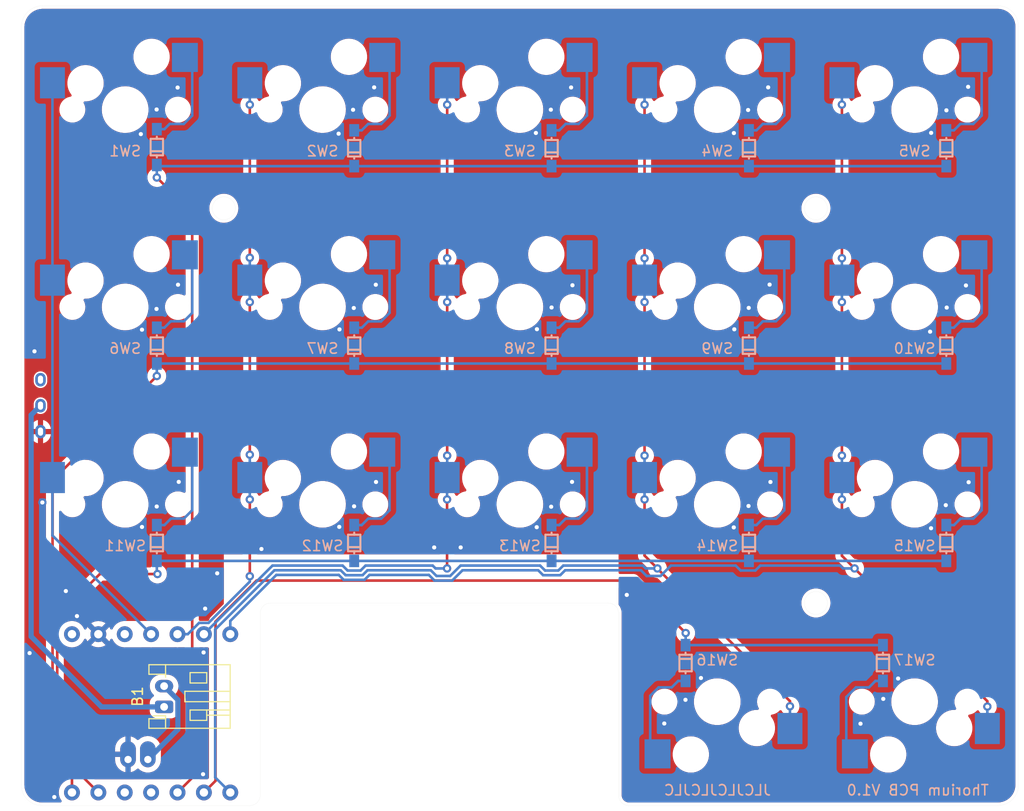
<source format=kicad_pcb>
(kicad_pcb (version 20221018) (generator pcbnew)
  (layers (0 "F.Cu" signal) (31 "B.Cu" signal) (34 "B.Paste" user) (35 "F.Paste" user) (36 "B.SilkS" user "B.Silkscreen") (37 "F.SilkS" user "F.Silkscreen") (38 "B.Mask" user) (39 "F.Mask" user) (44 "Edge.Cuts" user))
  (net 0 "")
  (net 1 "Bat")
  (net 2 "Net-(B1--)")
  (net 3 "Row0")
  (net 4 "Net-(D1-A)")
  (net 5 "Row1")
  (net 6 "Net-(D2-A)")
  (net 7 "Row2")
  (net 8 "Net-(D3-A)")
  (net 9 "Row3")
  (net 10 "Net-(D4-A)")
  (net 11 "Net-(D5-A)")
  (net 12 "Net-(D7-A)")
  (net 13 "Net-(D8-A)")
  (net 14 "Net-(D9-A)")
  (net 15 "Net-(D10-A)")
  (net 16 "Net-(D11-A)")
  (net 17 "Net-(D13-A)")
  (net 18 "Net-(D14-A)")
  (net 19 "Col0")
  (net 20 "Col1")
  (net 21 "Col2")
  (net 22 "Col3")
  (net 23 "Col4")
  (net 24 "GND")
  (net 25 "Net-(D15-A)")
  (net 26 "Net-(D16-A)")
  (net 27 "Net-(D17-A)")
  (net 28 "Net-(D6-A)")
  (net 29 "Net-(D12-A)")
  (footprint "footprint:XIAO_nRF52840_wBAT" (layer "F.Cu") (at 32.5 98.62 90)
    (fp_text reference "U1" hide)
    (fp_text value "XIAO_nRF52840" hide)
  )
  (footprint "footprint:Diode_SMD" (layer "F.Cu") (at 113.45 91 -90)
    (fp_text reference "D17")
    (fp_text value "D" hide)
  )
  (footprint "footprint:JST_PH_S2B-PH-K_custom" (layer "F.Cu") (at 51 97 90)
    (fp_text reference "B1")
    (fp_text value "BATT")
  )
  (footprint "footprint:CherryMX_Hotswap_1u_19x19" (layer "F.Cu") (at 97.5 59.5)
    (fp_text reference "SW9")
    (fp_text value "SW_PUSH" hide)
  )
  (footprint "footprint:CherryMX_Hotswap_1u_19x19" (layer "F.Cu") (at 116.5 97.5 180)
    (fp_text reference "SW17")
    (fp_text value "SW_PUSH" hide)
  )
  (footprint "footprint:CherryMX_Hotswap_1u_19x19" (layer "F.Cu") (at 40.5 40.5)
    (fp_text reference "SW1")
    (fp_text value "SW_PUSH" hide)
  )
  (footprint "footprint:CherryMX_Hotswap_1u_19x19" (layer "F.Cu") (at 59.5 59.5)
    (fp_text reference "SW7")
    (fp_text value "SW_PUSH" hide)
  )
  (footprint "footprint:CherryMX_Hotswap_1u_19x19" (layer "F.Cu") (at 78.5 59.5)
    (fp_text reference "SW8")
    (fp_text value "SW_PUSH" hide)
  )
  (footprint "footprint:CherryMX_Hotswap_1u_19x19" (layer "F.Cu") (at 78.5 78.5)
    (fp_text reference "SW13")
    (fp_text value "SW_PUSH" hide)
  )
  (footprint "footprint:TGSW_MSK-12D19" (layer "F.Cu") (at 29.6 69 90)
    (fp_text reference "SW18")
    (fp_text value "SW_SPDT" hide)
  )
  (footprint "footprint:CherryMX_Hotswap_1u_19x19" (layer "F.Cu") (at 40.5 59.5)
    (fp_text reference "SW6")
    (fp_text value "SW_PUSH" hide)
  )
  (footprint "footprint:CherryMX_Hotswap_1u_19x19" (layer "F.Cu") (at 97.5 78.5)
    (fp_text reference "SW14")
    (fp_text value "SW_PUSH" hide)
  )
  (footprint "footprint:CherryMX_Hotswap_1u_19x19" (layer "F.Cu") (at 116.5 78.5)
    (fp_text reference "SW15")
    (fp_text value "SW_PUSH" hide)
  )
  (footprint "footprint:m2_Screw_Hole_EdgeCuts" (layer "F.Cu") (at 50 50)
    (fp_text reference "H1" hide)
    (fp_text value "MountingHole" hide)
    (fp_circle (center 0 0) (end 1.1 0) (stroke (width 0.01)) (fill none) (layer "Edge.Cuts"))
  )
  (footprint "footprint:Diode_SMD" (layer "F.Cu") (at 81.55 66 90)
    (fp_text reference "D8")
    (fp_text value "D" hide)
  )
  (footprint "footprint:CherryMX_Hotswap_1u_19x19" (layer "F.Cu") (at 59.5 78.5)
    (fp_text reference "SW12")
    (fp_text value "SW_PUSH" hide)
  )
  (footprint "footprint:m2_Screw_Hole_EdgeCuts" (layer "F.Cu") (at 107 88)
    (fp_text reference "H3" hide)
    (fp_text value "MountingHole" hide)
    (fp_circle (center 0 0) (end 1.1 0) (stroke (width 0.01)) (fill none) (layer "Edge.Cuts"))
  )
  (footprint "footprint:Diode_SMD" (layer "F.Cu") (at 100.55 47 90)
    (fp_text reference "D4")
    (fp_text value "D" hide)
  )
  (footprint "footprint:Diode_SMD" (layer "F.Cu") (at 43.55 66 90)
    (fp_text reference "D6")
    (fp_text value "D" hide)
  )
  (footprint "footprint:Diode_SMD" (layer "F.Cu") (at 43.55 46.886563 90)
    (fp_text reference "D1")
    (fp_text value "D" hide)
  )
  (footprint "footprint:Diode_SMD" (layer "F.Cu") (at 100.55 85 90)
    (fp_text reference "D14")
    (fp_text value "D" hide)
  )
  (footprint "footprint:Diode_SMD" (layer "F.Cu") (at 81.55 47 90)
    (fp_text reference "D3")
    (fp_text value "D" hide)
  )
  (footprint "footprint:Diode_SMD" (layer "F.Cu") (at 81.55 85 90)
    (fp_text reference "D13")
    (fp_text value "D" hide)
  )
  (footprint "footprint:Diode_SMD" (layer "F.Cu") (at 119.55 85 90)
    (fp_text reference "D15")
    (fp_text value "D" hide)
  )
  (footprint "footprint:CherryMX_Hotswap_1u_19x19" (layer "F.Cu") (at 116.5 59.5)
    (fp_text reference "SW10")
    (fp_text value "SW_PUSH" hide)
  )
  (footprint "footprint:Diode_SMD" (layer "F.Cu") (at 119.55 66 90)
    (fp_text reference "D10")
    (fp_text value "D" hide)
  )
  (footprint "footprint:Diode_SMD" (layer "F.Cu") (at 100.55 66 90)
    (fp_text reference "D9")
    (fp_text value "D" hide)
  )
  (footprint "footprint:Diode_SMD" (layer "F.Cu") (at 94.45 91 -90)
    (fp_text reference "D16")
    (fp_text value "D" hide)
  )
  (footprint "footprint:Diode_SMD" (layer "F.Cu") (at 62.55 47 90)
    (fp_text reference "D2")
    (fp_text value "D" hide)
  )
  (footprint "footprint:CherryMX_Hotswap_1u_19x19" (layer "F.Cu") (at 97.5 97.5 180)
    (fp_text reference "SW16")
    (fp_text value "SW_PUSH" hide)
  )
  (footprint "footprint:Diode_SMD" (layer "F.Cu") (at 43.55 85 90)
    (fp_text reference "D11")
    (fp_text value "D" hide)
  )
  (footprint "footprint:Diode_SMD" (layer "F.Cu") (at 119.55 47 90)
    (fp_text reference "D5")
    (fp_text value "D" hide)
  )
  (footprint "footprint:Diode_SMD" (layer "F.Cu") (at 62.55 85 90)
    (fp_text reference "D12")
    (fp_text value "D" hide)
  )
  (footprint "footprint:CherryMX_Hotswap_1u_19x19" (layer "F.Cu") (at 59.5 40.5)
    (fp_text reference "SW2")
    (fp_text value "SW_PUSH" hide)
  )
  (footprint "footprint:m2_Screw_Hole_EdgeCuts" (layer "F.Cu") (at 107 50)
    (fp_text reference "H2" hide)
    (fp_text value "MountingHole" hide)
    (fp_circle (center 0 0) (end 1.1 0) (stroke (width 0.01)) (fill none) (layer "Edge.Cuts"))
  )
  (footprint "footprint:CherryMX_Hotswap_1u_19x19" (layer "F.Cu") (at 40.5 78.5)
    (fp_text reference "SW11")
    (fp_text value "SW_PUSH" hide)
  )
  (footprint "footprint:CherryMX_Hotswap_1u_19x19" (layer "F.Cu") (at 116.5 40.5)
    (fp_text reference "SW5")
    (fp_text value "SW_PUSH" hide)
  )
  (footprint "footprint:Diode_SMD" (layer "F.Cu") (at 62.55 66 90)
    (fp_text reference "D7")
    (fp_text value "D" hide)
  )
  (footprint "footprint:CherryMX_Hotswap_1u_19x19" (layer "F.Cu") (at 97.5 40.5)
    (fp_text reference "SW4")
    (fp_text value "SW_PUSH" hide)
  )
  (footprint "footprint:CherryMX_Hotswap_1u_19x19" (layer "F.Cu") (at 78.5 40.5)
    (fp_text reference "SW3")
    (fp_text value "SW_PUSH" hide)
  )
  (gr_line (start 52.5 107.5) (end 32.5 107.5) (stroke (width 0.01)) (layer "Edge.Cuts"))
  (gr_line (start 124.5 30.5) (end 32.5 30.5) (stroke (width 0.01)) (layer "Edge.Cuts"))
  (gr_arc (start 126.5 105.5) (mid 125.91444 106.91444) (end 124.5 107.5) (stroke (width 0.01)) (layer "Edge.Cuts"))
  (gr_arc (start 87 88) (mid 87.707107 88.292893) (end 88 89) (stroke (width 0.01)) (layer "Edge.Cuts"))
  (gr_line (start 88 106.5) (end 88 89) (stroke (width 0.01)) (layer "Edge.Cuts"))
  (gr_line (start 126.5 32.5) (end 126.5 105.5) (stroke (width 0.01)) (layer "Edge.Cuts"))
  (gr_line (start 30.5 32.5) (end 30.5 105.5) (stroke (width 0.01)) (layer "Edge.Cuts"))
  (gr_arc (start 32.5 107.5) (mid 31.081876 106.918124) (end 30.5 105.5) (stroke (width 0.01)) (layer "Edge.Cuts"))
  (gr_line (start 87 88) (end 54.5 88) (stroke (width 0.01)) (layer "Edge.Cuts"))
  (gr_arc (start 89 107.5) (mid 88.292893 107.207107) (end 88 106.5) (stroke (width 0.01)) (layer "Edge.Cuts"))
  (gr_line (start 124.5 107.5) (end 89 107.5) (stroke (width 0.01)) (layer "Edge.Cuts"))
  (gr_line (start 53.5 106.5) (end 53.5 89) (stroke (width 0.01)) (layer "Edge.Cuts"))
  (gr_arc (start 53.5 89) (mid 53.792893 88.292893) (end 54.5 88) (stroke (width 0.01)) (layer "Edge.Cuts"))
  (gr_arc (start 124.5 30.5) (mid 125.91444 31.08556) (end 126.5 32.5) (stroke (width 0.01)) (layer "Edge.Cuts"))
  (gr_arc (start 53.5 106.5) (mid 53.207107 107.207107) (end 52.5 107.5) (stroke (width 0.01)) (layer "Edge.Cuts"))
  (gr_arc (start 30.5 32.5) (mid 31.109263 31.109263) (end 32.5 30.5) (stroke (width 0.01)) (layer "Edge.Cuts"))
  (gr_text "Thorium PCB V1.0" (at 116.8 106.02) (layer "B.SilkS") (effects (font (size 1 1)) (justify mirror)))
  (gr_text "JLCJLCJLCJLC" (at 97.52 106.02) (layer "B.SilkS") (effects (font (size 1 1)) (justify mirror)))
  (segment (start 45.575 100.173) (end 42.683 103.065) (width 0.5) (layer "B.Cu") (net 1))
  (segment (start 44.25 96) (end 45.575 97.325) (width 0.5) (layer "B.Cu") (net 1))
  (segment (start 45.575 97.325) (end 45.575 100.173) (width 0.5) (layer "B.Cu") (net 1))
  (segment (start 38.23 98) (end 44.25 98) (width 0.5) (layer "B.Cu") (net 2))
  (segment (start 31.45 69.9) (end 31.45 91.22) (width 0.5) (layer "B.Cu") (net 2))
  (segment (start 31.45 91.22) (end 38.23 98) (width 0.5) (layer "B.Cu") (net 2))
  (segment (start 32.35 69) (end 31.45 69.9) (width 0.5) (layer "B.Cu") (net 2))
  (segment (start 46.955 50.445) (end 46.955 104.825) (width 0.25) (layer "F.Cu") (net 3))
  (segment (start 46.955 104.825) (end 45.54 106.24) (width 0.25) (layer "F.Cu") (net 3))
  (segment (start 43.55 47.04) (end 46.955 50.445) (width 0.25) (layer "F.Cu") (net 3))
  (via (at 43.55 47.04) (size 0.8) (drill 0.4) (layers "F.Cu" "B.Cu") (net 3))
  (segment (start 43.663437 45.946875) (end 43.55 45.833438) (width 0.25) (layer "B.Cu") (net 3))
  (segment (start 100.55 45.946875) (end 81.55 45.946875) (width 0.25) (layer "B.Cu") (net 3))
  (segment (start 119.55 45.946875) (end 100.55 45.946875) (width 0.25) (layer "B.Cu") (net 3))
  (segment (start 43.55 45.833438) (end 43.55 47.04) (width 0.25) (layer "B.Cu") (net 3))
  (segment (start 62.55 45.946875) (end 43.663437 45.946875) (width 0.25) (layer "B.Cu") (net 3))
  (segment (start 81.55 45.946875) (end 62.55 45.946875) (width 0.25) (layer "B.Cu") (net 3))
  (segment (start 43.55 42.383438) (end 44.276562 42.383438) (width 0.25) (layer "B.Cu") (net 4))
  (segment (start 46.955 41.069544) (end 46.955 36.135) (width 0.25) (layer "B.Cu") (net 4))
  (segment (start 44.276562 42.383438) (end 44.78 41.88) (width 0.25) (layer "B.Cu") (net 4))
  (segment (start 46.144544 41.88) (end 46.955 41.069544) (width 0.25) (layer "B.Cu") (net 4))
  (segment (start 46.955 36.135) (end 46.2 35.38) (width 0.25) (layer "B.Cu") (net 4))
  (segment (start 44.78 41.88) (end 46.144544 41.88) (width 0.25) (layer "B.Cu") (net 4))
  (segment (start 35.38 104.336396) (end 33.51 102.466396) (width 0.25) (layer "F.Cu") (net 5))
  (segment (start 35.38 106.24) (end 35.38 104.336396) (width 0.25) (layer "F.Cu") (net 5))
  (segment (start 33.51 102.466396) (end 33.51 76.19) (width 0.25) (layer "F.Cu") (net 5))
  (segment (start 33.51 76.19) (end 43.55 66.15) (width 0.25) (layer "F.Cu") (net 5))
  (via (at 43.55 66.15) (size 0.8) (drill 0.4) (layers "F.Cu" "B.Cu") (net 5))
  (segment (start 81.55 64.946875) (end 100.55 64.946875) (width 0.25) (layer "B.Cu") (net 5))
  (segment (start 62.55 64.946875) (end 81.55 64.946875) (width 0.25) (layer "B.Cu") (net 5))
  (segment (start 43.55 64.946875) (end 62.55 64.946875) (width 0.25) (layer "B.Cu") (net 5))
  (segment (start 43.55 66.15) (end 43.55 64.946875) (width 0.25) (layer "B.Cu") (net 5))
  (segment (start 100.55 64.946875) (end 119.55 64.946875) (width 0.25) (layer "B.Cu") (net 5))
  (segment (start 62.55 42.496875) (end 63.273125 42.496875) (width 0.25) (layer "B.Cu") (net 6))
  (segment (start 65.144544 41.88) (end 65.955 41.069544) (width 0.25) (layer "B.Cu") (net 6))
  (segment (start 63.273125 42.496875) (end 63.89 41.88) (width 0.25) (layer "B.Cu") (net 6))
  (segment (start 65.955 36.135) (end 65.2 35.38) (width 0.25) (layer "B.Cu") (net 6))
  (segment (start 65.955 41.069544) (end 65.955 36.135) (width 0.25) (layer "B.Cu") (net 6))
  (segment (start 63.89 41.88) (end 65.144544 41.88) (width 0.25) (layer "B.Cu") (net 6))
  (segment (start 33.96 102.28) (end 37.92 106.24) (width 0.25) (layer "F.Cu") (net 7))
  (segment (start 38.06 85.21) (end 33.96 89.31) (width 0.25) (layer "F.Cu") (net 7))
  (segment (start 43.61 85.21) (end 38.06 85.21) (width 0.25) (layer "F.Cu") (net 7))
  (segment (start 33.96 89.31) (end 33.96 102.28) (width 0.25) (layer "F.Cu") (net 7))
  (via (at 43.61 85.21) (size 0.8) (drill 0.4) (layers "F.Cu" "B.Cu") (net 7))
  (segment (start 100.55 83.946875) (end 119.55 83.946875) (width 0.25) (layer "B.Cu") (net 7))
  (segment (start 43.55 85.15) (end 43.55 83.946875) (width 0.25) (layer "B.Cu") (net 7))
  (segment (start 62.55 83.946875) (end 81.55 83.946875) (width 0.25) (layer "B.Cu") (net 7))
  (segment (start 81.55 83.946875) (end 100.55 83.946875) (width 0.25) (layer "B.Cu") (net 7))
  (segment (start 43.61 85.21) (end 43.55 85.15) (width 0.25) (layer "B.Cu") (net 7))
  (segment (start 43.55 83.946875) (end 62.55 83.946875) (width 0.25) (layer "B.Cu") (net 7))
  (segment (start 82.905 41.875) (end 84.149544 41.875) (width 0.25) (layer "B.Cu") (net 8))
  (segment (start 82.283125 42.496875) (end 82.905 41.875) (width 0.25) (layer "B.Cu") (net 8))
  (segment (start 81.55 42.496875) (end 82.283125 42.496875) (width 0.25) (layer "B.Cu") (net 8))
  (segment (start 84.955 41.069544) (end 84.955 36.135) (width 0.25) (layer "B.Cu") (net 8))
  (segment (start 84.149544 41.875) (end 84.955 41.069544) (width 0.25) (layer "B.Cu") (net 8))
  (segment (start 84.955 36.135) (end 84.2 35.38) (width 0.25) (layer "B.Cu") (net 8))
  (segment (start 53.15 85.84) (end 49.2 89.79) (width 0.25) (layer "F.Cu") (net 9))
  (segment (start 89.41 85.84) (end 53.15 85.84) (width 0.25) (layer "F.Cu") (net 9))
  (segment (start 49.2 105.12) (end 48.08 106.24) (width 0.25) (layer "F.Cu") (net 9))
  (segment (start 94.46 90.89) (end 89.41 85.84) (width 0.25) (layer "F.Cu") (net 9))
  (segment (start 49.2 89.79) (end 49.2 105.12) (width 0.25) (layer "F.Cu") (net 9))
  (via (at 94.46 90.89) (size 0.8) (drill 0.4) (layers "F.Cu" "B.Cu") (net 9))
  (segment (start 94.46 92.043125) (end 94.45 92.053125) (width 0.25) (layer "B.Cu") (net 9))
  (segment (start 94.46 90.89) (end 94.46 92.043125) (width 0.25) (layer "B.Cu") (net 9))
  (segment (start 113.45 92.053125) (end 94.45 92.053125) (width 0.25) (layer "B.Cu") (net 9))
  (segment (start 103.955 36.135) (end 103.2 35.38) (width 0.25) (layer "B.Cu") (net 10))
  (segment (start 101.273125 42.496875) (end 101.89 41.88) (width 0.25) (layer "B.Cu") (net 10))
  (segment (start 103.955 41.069544) (end 103.955 36.135) (width 0.25) (layer "B.Cu") (net 10))
  (segment (start 100.55 42.496875) (end 101.273125 42.496875) (width 0.25) (layer "B.Cu") (net 10))
  (segment (start 103.144544 41.88) (end 103.955 41.069544) (width 0.25) (layer "B.Cu") (net 10))
  (segment (start 101.89 41.88) (end 103.144544 41.88) (width 0.25) (layer "B.Cu") (net 10))
  (segment (start 120.283125 42.496875) (end 120.9 41.88) (width 0.25) (layer "B.Cu") (net 11))
  (segment (start 122.144544 41.88) (end 122.955 41.069544) (width 0.25) (layer "B.Cu") (net 11))
  (segment (start 119.55 42.496875) (end 120.283125 42.496875) (width 0.25) (layer "B.Cu") (net 11))
  (segment (start 122.955 36.135) (end 122.2 35.38) (width 0.25) (layer "B.Cu") (net 11))
  (segment (start 120.9 41.88) (end 122.144544 41.88) (width 0.25) (layer "B.Cu") (net 11))
  (segment (start 122.955 41.069544) (end 122.955 36.135) (width 0.25) (layer "B.Cu") (net 11))
  (segment (start 62.55 61.496875) (end 63.283125 61.496875) (width 0.25) (layer "B.Cu") (net 12))
  (segment (start 65.955 60.069544) (end 65.955 55.135) (width 0.25) (layer "B.Cu") (net 12))
  (segment (start 65.955 55.135) (end 65.2 54.38) (width 0.25) (layer "B.Cu") (net 12))
  (segment (start 63.89 60.89) (end 65.134544 60.89) (width 0.25) (layer "B.Cu") (net 12))
  (segment (start 63.283125 61.496875) (end 63.89 60.89) (width 0.25) (layer "B.Cu") (net 12))
  (segment (start 65.134544 60.89) (end 65.955 60.069544) (width 0.25) (layer "B.Cu") (net 12))
  (segment (start 84.955 60.069544) (end 84.955 55.135) (width 0.25) (layer "B.Cu") (net 13))
  (segment (start 84.955 55.135) (end 84.2 54.38) (width 0.25) (layer "B.Cu") (net 13))
  (segment (start 81.55 61.496875) (end 82.273125 61.496875) (width 0.25) (layer "B.Cu") (net 13))
  (segment (start 82.273125 61.496875) (end 82.89 60.88) (width 0.25) (layer "B.Cu") (net 13))
  (segment (start 82.89 60.88) (end 84.144544 60.88) (width 0.25) (layer "B.Cu") (net 13))
  (segment (start 84.144544 60.88) (end 84.955 60.069544) (width 0.25) (layer "B.Cu") (net 13))
  (segment (start 103.955 60.069544) (end 103.955 55.135) (width 0.25) (layer "B.Cu") (net 14))
  (segment (start 101.89 60.88) (end 103.144544 60.88) (width 0.25) (layer "B.Cu") (net 14))
  (segment (start 100.55 61.496875) (end 101.273125 61.496875) (width 0.25) (layer "B.Cu") (net 14))
  (segment (start 103.144544 60.88) (end 103.955 60.069544) (width 0.25) (layer "B.Cu") (net 14))
  (segment (start 101.273125 61.496875) (end 101.89 60.88) (width 0.25) (layer "B.Cu") (net 14))
  (segment (start 103.955 55.135) (end 103.2 54.38) (width 0.25) (layer "B.Cu") (net 14))
  (segment (start 122.955 55.135) (end 122.2 54.38) (width 0.25) (layer "B.Cu") (net 15))
  (segment (start 122.144544 60.88) (end 122.955 60.069544) (width 0.25) (layer "B.Cu") (net 15))
  (segment (start 120.89 60.88) (end 122.144544 60.88) (width 0.25) (layer "B.Cu") (net 15))
  (segment (start 120.273125 61.496875) (end 120.89 60.88) (width 0.25) (layer "B.Cu") (net 15))
  (segment (start 119.55 61.496875) (end 120.273125 61.496875) (width 0.25) (layer "B.Cu") (net 15))
  (segment (start 122.955 60.069544) (end 122.955 55.135) (width 0.25) (layer "B.Cu") (net 15))
  (segment (start 46.955 79.069544) (end 46.955 74.135) (width 0.25) (layer "B.Cu") (net 16))
  (segment (start 46.149544 79.875) (end 46.955 79.069544) (width 0.25) (layer "B.Cu") (net 16))
  (segment (start 44.905 79.875) (end 46.149544 79.875) (width 0.25) (layer "B.Cu") (net 16))
  (segment (start 44.283125 80.496875) (end 44.905 79.875) (width 0.25) (layer "B.Cu") (net 16))
  (segment (start 43.55 80.496875) (end 44.283125 80.496875) (width 0.25) (layer "B.Cu") (net 16))
  (segment (start 46.955 74.135) (end 46.2 73.38) (width 0.25) (layer "B.Cu") (net 16))
  (segment (start 81.55 80.496875) (end 82.283125 80.496875) (width 0.25) (layer "B.Cu") (net 17))
  (segment (start 84.955 74.135) (end 84.2 73.38) (width 0.25) (layer "B.Cu") (net 17))
  (segment (start 84.149544 79.875) (end 84.955 79.069544) (width 0.25) (layer "B.Cu") (net 17))
  (segment (start 84.955 79.069544) (end 84.955 74.135) (width 0.25) (layer "B.Cu") (net 17))
  (segment (start 82.905 79.875) (end 84.149544 79.875) (width 0.25) (layer "B.Cu") (net 17))
  (segment (start 82.283125 80.496875) (end 82.905 79.875) (width 0.25) (layer "B.Cu") (net 17))
  (segment (start 100.55 80.496875) (end 101.273125 80.496875) (width 0.25) (layer "B.Cu") (net 18))
  (segment (start 103.955 74.135) (end 103.2 73.38) (width 0.25) (layer "B.Cu") (net 18))
  (segment (start 103.144544 79.88) (end 103.955 79.069544) (width 0.25) (layer "B.Cu") (net 18))
  (segment (start 101.89 79.88) (end 103.144544 79.88) (width 0.25) (layer "B.Cu") (net 18))
  (segment (start 103.955 79.069544) (end 103.955 74.135) (width 0.25) (layer "B.Cu") (net 18))
  (segment (start 101.273125 80.496875) (end 101.89 79.88) (width 0.25) (layer "B.Cu") (net 18))
  (segment (start 43 91) (end 33.5 81.5) (width 0.25) (layer "B.Cu") (net 19))
  (segment (start 33.5 56.92) (end 33.5 75.92) (width 0.25) (layer "B.Cu") (net 19))
  (segment (start 33.5 37.92) (end 33.5 56.92) (width 0.25) (layer "B.Cu") (net 19))
  (segment (start 33.5 81.5) (end 33.5 75.92) (width 0.25) (layer "B.Cu") (net 19))
  (segment (start 52.5 59.03) (end 52.5 73.72) (width 0.25) (layer "F.Cu") (net 20))
  (segment (start 52.5 85.42) (end 52.5 78.03) (width 0.25) (layer "F.Cu") (net 20))
  (segment (start 52.5 40.03) (end 52.5 54.76) (width 0.25) (layer "F.Cu") (net 20))
  (via (at 52.5 54.76) (size 0.8) (drill 0.4) (layers "F.Cu" "B.Cu") (net 20))
  (via (at 52.5 59.03) (size 0.8) (drill 0.4) (layers "F.Cu" "B.Cu") (net 20))
  (via (at 52.5 73.72) (size 0.8) (drill 0.4) (layers "F.Cu" "B.Cu") (net 20))
  (via (at 52.5 78.03) (size 0.8) (drill 0.4) (layers "F.Cu" "B.Cu") (net 20))
  (via (at 52.5 40.03) (size 0.8) (drill 0.4) (layers "F.Cu" "B.Cu") (net 20))
  (via (at 52.5 85.42) (size 0.8) (drill 0.4) (layers "F.Cu" "B.Cu") (net 20))
  (segment (start 52.5 56.92) (end 52.5 59.03) (width 0.25) (layer "B.Cu") (net 20))
  (segment (start 52.5 37.92) (end 52.5 40.03) (width 0.25) (layer "B.Cu") (net 20))
  (segment (start 48.530604 89.913) (end 52.5 85.943604) (width 0.25) (layer "B.Cu") (net 20))
  (segment (start 52.5 54.76) (end 52.5 56.92) (width 0.25) (layer "B.Cu") (net 20))
  (segment (start 52.5 85.943604) (end 52.5 85.42) (width 0.25) (layer "B.Cu") (net 20))
  (segment (start 52.5 73.72) (end 52.5 75.92) (width 0.25) (layer "B.Cu") (net 20))
  (segment (start 45.54 91) (end 46.53 91) (width 0.25) (layer "B.Cu") (net 20))
  (segment (start 52.5 75.92) (end 52.5 78.03) (width 0.25) (layer "B.Cu") (net 20))
  (segment (start 47.617 89.913) (end 48.530604 89.913) (width 0.25) (layer "B.Cu") (net 20))
  (segment (start 46.53 91) (end 47.617 89.913) (width 0.25) (layer "B.Cu") (net 20))
  (segment (start 71.49 84.671375) (end 71.49 78.03) (width 0.25) (layer "F.Cu") (net 21))
  (segment (start 71.5 59.03) (end 71.5 73.81) (width 0.25) (layer "F.Cu") (net 21))
  (segment (start 71.5 40.03) (end 71.5 54.81) (width 0.25) (layer "F.Cu") (net 21))
  (via (at 71.5 73.81) (size 0.8) (drill 0.4) (layers "F.Cu" "B.Cu") (net 21))
  (via (at 71.5 40.03) (size 0.8) (drill 0.4) (layers "F.Cu" "B.Cu") (net 21))
  (via (at 71.49 78.03) (size 0.8) (drill 0.4) (layers "F.Cu" "B.Cu") (net 21))
  (via (at 71.49 84.671375) (size 0.8) (drill 0.4) (layers "F.Cu" "B.Cu") (net 21))
  (via (at 71.5 54.81) (size 0.8) (drill 0.4) (layers "F.Cu" "B.Cu") (net 21))
  (via (at 71.5 59.03) (size 0.8) (drill 0.4) (layers "F.Cu" "B.Cu") (net 21))
  (segment (start 63.168125 84.871875) (end 61.911875 84.871875) (width 0.25) (layer "B.Cu") (net 21))
  (segment (start 61.436875 84.396875) (end 54.683125 84.396875) (width 0.25) (layer "B.Cu") (net 21))
  (segment (start 71.5 37.92) (end 71.5 40.03) (width 0.25) (layer "B.Cu") (net 21))
  (segment (start 71.49 78.03) (end 71.49 75.93) (width 0.25) (layer "B.Cu") (net 21))
  (segment (start 71.5 73.81) (end 71.5 75.92) (width 0.25) (layer "B.Cu") (net 21))
  (segment (start 70.107966 84.396875) (end 63.643125 84.396875) (width 0.25) (layer "B.Cu") (net 21))
  (segment (start 71.5 54.81) (end 71.5 56.92) (width 0.25) (layer "B.Cu") (net 21))
  (segment (start 71.49 84.671375) (end 70.382466 84.671375) (width 0.25) (layer "B.Cu") (net 21))
  (segment (start 61.911875 84.871875) (end 61.436875 84.396875) (width 0.25) (layer "B.Cu") (net 21))
  (segment (start 71.49 75.93) (end 71.5 75.92) (width 0.25) (layer "B.Cu") (net 21))
  (segment (start 54.683125 84.396875) (end 48.08 91) (width 0.25) (layer "B.Cu") (net 21))
  (segment (start 71.5 56.92) (end 71.5 59.03) (width 0.25) (layer "B.Cu") (net 21))
  (segment (start 63.643125 84.396875) (end 63.168125 84.871875) (width 0.25) (layer "B.Cu") (net 21))
  (segment (start 70.382466 84.671375) (end 70.107966 84.396875) (width 0.25) (layer "B.Cu") (net 21))
  (segment (start 91.74 84.69) (end 104.5 97.45) (width 0.25) (layer "F.Cu") (net 22))
  (segment (start 91.74 84.671375) (end 90.5 83.431375) (width 0.25) (layer "F.Cu") (net 22))
  (segment (start 90.5 83.431375) (end 90.5 78.03) (width 0.25) (layer "F.Cu") (net 22))
  (segment (start 104.5 97.45) (end 104.5 97.94) (width 0.25) (layer "F.Cu") (net 22))
  (segment (start 91.74 84.671375) (end 91.74 84.69) (width 0.25) (layer "F.Cu") (net 22))
  (segment (start 90.5 40.03) (end 90.5 54.81) (width 0.25) (layer "F.Cu") (net 22))
  (segment (start 90.5 59.03) (end 90.5 73.81) (width 0.25) (layer "F.Cu") (net 22))
  (via (at 90.5 59.03) (size 0.8) (drill 0.4) (layers "F.Cu" "B.Cu") (net 22))
  (via (at 104.5 97.94) (size 0.8) (drill 0.4) (layers "F.Cu" "B.Cu") (net 22))
  (via (at 90.5 78.03) (size 0.8) (drill 0.4) (layers "F.Cu" "B.Cu") (net 22))
  (via (at 90.5 54.81) (size 0.8) (drill 0.4) (layers "F.Cu" "B.Cu") (net 22))
  (via (at 91.74 84.671375) (size 0.8) (drill 0.4) (layers "F.Cu" "B.Cu") (net 22))
  (via (at 90.5 40.03) (size 0.8) (drill 0.4) (layers "F.Cu" "B.Cu") (net 22))
  (via (at 90.5 73.81) (size 0.8) (drill 0.4) (layers "F.Cu" "B.Cu") (net 22))
  (segment (start 80.446875 84.396875) (end 72.789805 84.396875) (width 0.25) (layer "B.Cu") (net 22))
  (segment (start 80.921875 84.871875) (end 80.446875 84.396875) (width 0.25) (layer "B.Cu") (net 22))
  (segment (start 63.829521 84.846875) (end 63.354521 85.321875) (width 0.25) (layer "B.Cu") (net 22))
  (segment (start 90.5 73.81) (end 90.5 75.92) (width 0.25) (layer "B.Cu") (net 22))
  (segment (start 61.250479 84.846875) (end 54.869521 84.846875) (width 0.25) (layer "B.Cu") (net 22))
  (segment (start 90.5 75.92) (end 90.5 78.03) (width 0.25) (layer "B.Cu") (net 22))
  (segment (start 70.47107 85.396375) (end 69.92157 84.846875) (width 0.25) (layer "B.Cu") (net 22))
  (segment (start 82.673125 84.396875) (end 82.198125 84.871875) (width 0.25) (layer "B.Cu") (net 22))
  (segment (start 61.725479 85.321875) (end 61.250479 84.846875) (width 0.25) (layer "B.Cu") (net 22))
  (segment (start 90.5 37.92) (end 90.5 40.03) (width 0.25) (layer "B.Cu") (net 22))
  (segment (start 49.166823 104.786823) (end 50.62 106.24) (width 0.25) (layer "B.Cu") (net 22))
  (segment (start 91.74 84.671375) (end 90.611375 84.671375) (width 0.25) (layer "B.Cu") (net 22))
  (segment (start 90.611375 84.671375) (end 90.336875 84.396875) (width 0.25) (layer "B.Cu") (net 22))
  (segment (start 82.198125 84.871875) (end 80.921875 84.871875) (width 0.25) (layer "B.Cu") (net 22))
  (segment (start 54.869521 84.846875) (end 49.166823 90.549573) (width 0.25) (layer "B.Cu") (net 22))
  (segment (start 90.5 56.92) (end 90.5 59.03) (width 0.25) (layer "B.Cu") (net 22))
  (segment (start 63.354521 85.321875) (end 61.725479 85.321875) (width 0.25) (layer "B.Cu") (net 22))
  (segment (start 90.336875 84.396875) (end 82.673125 84.396875) (width 0.25) (layer "B.Cu") (net 22))
  (segment (start 104.5 97.94) (end 104.5 100.08) (width 0.25) (layer "B.Cu") (net 22))
  (segment (start 69.92157 84.846875) (end 63.829521 84.846875) (width 0.25) (layer "B.Cu") (net 22))
  (segment (start 72.789805 84.396875) (end 71.790305 85.396375) (width 0.25) (layer "B.Cu") (net 22))
  (segment (start 90.5 54.81) (end 90.5 56.92) (width 0.25) (layer "B.Cu") (net 22))
  (segment (start 49.166823 90.549573) (end 49.166823 104.786823) (width 0.25) (layer "B.Cu") (net 22))
  (segment (start 71.790305 85.396375) (end 70.47107 85.396375) (width 0.25) (layer "B.Cu") (net 22))
  (segment (start 110.72 84.671375) (end 109.5 83.451375) (width 0.25) (layer "F.Cu") (net 23))
  (segment (start 110.721375 84.671375) (end 123.5 97.45) (width 0.25) (layer "F.Cu") (net 23))
  (segment (start 110.72 84.671375) (end 110.721375 84.671375) (width 0.25) (layer "F.Cu") (net 23))
  (segment (start 109.5 83.451375) (end 109.5 78.03) (width 0.25) (layer "F.Cu") (net 23))
  (segment (start 109.5 40.02) (end 109.5 54.81) (width 0.25) (layer "F.Cu") (net 23))
  (segment (start 123.5 97.45) (end 123.5 97.97) (width 0.25) (layer "F.Cu") (net 23))
  (segment (start 109.5 59.03) (end 109.5 73.81) (width 0.25) (layer "F.Cu") (net 23))
  (via (at 110.72 84.671375) (size 0.8) (drill 0.4) (layers "F.Cu" "B.Cu") (net 23))
  (via (at 109.5 78.03) (size 0.8) (drill 0.4) (layers "F.Cu" "B.Cu") (net 23))
  (via (at 109.5 73.81) (size 0.8) (drill 0.4) (layers "F.Cu" "B.Cu") (net 23))
  (via (at 123.5 97.97) (size 0.8) (drill 0.4) (layers "F.Cu" "B.Cu") (net 23))
  (via (at 109.5 54.81) (size 0.8) (drill 0.4) (layers "F.Cu" "B.Cu") (net 23))
  (via (at 109.5 59.03) (size 0.8) (drill 0.4) (layers "F.Cu" "B.Cu") (net 23))
  (via (at 109.5 40.02) (size 0.8) (drill 0.4) (layers "F.Cu" "B.Cu") (net 23))
  (segment (start 101.643125 84.396875) (end 101.168125 84.871875) (width 0.25) (layer "B.Cu") (net 23))
  (segment (start 90.699979 85.396375) (end 90.150479 84.846875) (width 0.25) (layer "B.Cu") (net 23))
  (segment (start 109.5 56.92) (end 109.5 59.03) (width 0.25) (layer "B.Cu") (net 23))
  (segment (start 110.72 84.671375) (end 109.601375 84.671375) (width 0.25) (layer "B.Cu") (net 23))
  (segment (start 82.859521 84.846875) (end 82.384521 85.321875) (width 0.25) (layer "B.Cu") (net 23))
  (segment (start 109.5 54.81) (end 109.5 56.92) (width 0.25) (layer "B.Cu") (net 23))
  (segment (start 80.735479 85.321875) (end 80.260479 84.846875) (width 0.25) (layer "B.Cu") (net 23))
  (segment (start 90.150479 84.846875) (end 82.859521 84.846875) (width 0.25) (layer "B.Cu") (net 23))
  (segment (start 92.040305 85.396375) (end 90.699979 85.396375) (width 0.25) (layer "B.Cu") (net 23))
  (segment (start 101.168125 84.871875) (end 99.75 84.871875) (width 0.25) (layer "B.Cu") (net 23))
  (segment (start 82.384521 85.321875) (end 80.735479 85.321875) (width 0.25) (layer "B.Cu") (net 23))
  (segment (start 70.284674 85.846375) (end 69.735174 85.296875) (width 0.25) (layer "B.Cu") (net 23))
  (segment (start 99.75 84.871875) (end 99.275 84.396875) (width 0.25) (layer "B.Cu") (net 23))
  (segment (start 69.735174 85.296875) (end 64.015917 85.296875) (width 0.25) (layer "B.Cu") (net 23))
  (segment (start 123.5 97.97) (end 123.5 100.08) (width 0.25) (layer "B.Cu") (net 23))
  (segment (start 55.055917 85.296875) (end 50.62 89.732792) (width 0.25) (layer "B.Cu") (net 23))
  (segment (start 109.326875 84.396875) (end 101.643125 84.396875) (width 0.25) (layer "B.Cu") (net 23))
  (segment (start 71.976701 85.846375) (end 70.284674 85.846375) (width 0.25) (layer "B.Cu") (net 23))
  (segment (start 93.039805 84.396875) (end 92.040305 85.396375) (width 0.25) (layer "B.Cu") (net 23))
  (segment (start 63.540917 85.771875) (end 61.539083 85.771875) (width 0.25) (layer "B.Cu") (net 23))
  (segment (start 109.5 37.92) (end 109.5 40.02) (width 0.25) (layer "B.Cu") (net 23))
  (segment (start 64.015917 85.296875) (end 63.540917 85.771875) (width 0.25) (layer "B.Cu") (net 23))
  (segment (start 109.5 75.92) (end 109.5 78.03) (width 0.25) (layer "B.Cu") (net 23))
  (segment (start 109.5 73.81) (end 109.5 75.92) (width 0.25) (layer "B.Cu") (net 23))
  (segment (start 61.539083 85.771875) (end 61.064083 85.296875) (width 0.25) (layer "B.Cu") (net 23))
  (segment (start 72.976201 84.846875) (end 71.976701 85.846375) (width 0.25) (layer "B.Cu") (net 23))
  (segment (start 109.601375 84.671375) (end 109.326875 84.396875) (width 0.25) (layer "B.Cu") (net 23))
  (segment (start 50.62 89.732792) (end 50.62 91) (width 0.25) (layer "B.Cu") (net 23))
  (segment (start 80.260479 84.846875) (end 72.976201 84.846875) (width 0.25) (layer "B.Cu") (net 23))
  (segment (start 99.275 84.396875) (end 93.039805 84.396875) (width 0.25) (layer "B.Cu") (net 23))
  (segment (start 61.064083 85.296875) (end 55.055917 85.296875) (width 0.25) (layer "B.Cu") (net 23))
  (via (at 31.3 92.82) (size 0.8) (drill 0.4) (layers "F.Cu" "B.Cu") (net 24))
  (via (at 49.36 85.14) (size 0.8) (drill 0.4) (layers "F.Cu" "B.Cu") (net 24))
  (via (at 99.1 42.76) (size 0.8) (drill 0.4) (layers "F.Cu" "B.Cu") (net 24))
  (via (at 99.14 61.65) (size 0.8) (drill 0.4) (layers "F.Cu" "B.Cu") (net 24))
  (via (at 80.04 42.75) (size 0.8) (drill 0.4) (layers "F.Cu" "B.Cu") (net 24))
  (via (at 99.09 80.72) (size 0.8) (drill 0.4) (layers "F.Cu" "B.Cu") (net 24))
  (via (at 32.53 78.32) (size 0.8) (drill 0.4) (layers "F.Cu" "B.Cu") (net 24))
  (via (at 61.13 61.66) (size 0.8) (drill 0.4) (layers "F.Cu" "B.Cu") (net 24))
  (via (at 95.93 95.22) (size 0.8) (drill 0.4) (layers "F.Cu" "B.Cu") (net 24))
  (via (at 121.44 57.43) (size 0.8) (drill 0.4) (layers "F.Cu" "B.Cu") (net 24))
  (via (at 100.51 78.66) (size 0.8) (drill 0.4) (layers "F.Cu" "B.Cu") (net 24))
  (via (at 34.79 86.85) (size 0.8) (drill 0.4) (layers "F.Cu" "B.Cu") (net 24))
  (via (at 64.47 38.36) (size 0.8) (drill 0.4) (layers "F.Cu" "B.Cu") (net 24))
  (via (at 100.53 59.59) (size 0.8) (drill 0.4) (layers "F.Cu" "B.Cu") (net 24))
  (via (at 48.2 88.54) (size 0.8) (drill 0.4) (layers "F.Cu" "B.Cu") (net 24))
  (via (at 62.54 78.69) (size 0.8) (drill 0.4) (layers "F.Cu" "B.Cu") (net 24))
  (via (at 102.62 76.35) (size 0.8) (drill 0.4) (layers "F.Cu" "B.Cu") (net 24))
  (via (at 119.5 78.58) (size 0.8) (drill 0.4) (layers "F.Cu" "B.Cu") (net 24))
  (via (at 42.01 42.86) (size 0.8) (drill 0.4) (layers "F.Cu" "B.Cu") (net 24))
  (via (at 81.48 40.51) (size 0.8) (drill 0.4) (layers "F.Cu" "B.Cu") (net 24))
  (via (at 113.48 97.23) (size 0.8) (drill 0.4) (layers "F.Cu" "B.Cu") (net 24))
  (via (at 31.77 63.77) (size 0.8) (drill 0.4) (layers "F.Cu" "B.Cu") (net 24))
  (via (at 61.11 80.67) (size 0.8) (drill 0.4) (layers "F.Cu" "B.Cu") (net 24))
  (via (at 80.12 80.7) (size 0.8) (drill 0.4) (layers "F.Cu" "B.Cu") (net 24))
  (via (at 118.08 80.8) (size 0.8) (drill 0.4) (layers "F.Cu" "B.Cu") (net 24))
  (via (at 121.65 38.31) (size 0.8) (drill 0.4) (layers "F.Cu" "B.Cu") (net 24))
  (via (at 42.12 61.69) (size 0.8) (drill 0.4) (layers "F.Cu" "B.Cu") (net 24))
  (via (at 48 104.48) (size 0.8) (drill 0.4) (layers "F.Cu" "B.Cu") (net 24))
  (via (at 88.79 87.22) (size 0.8) (drill 0.4) (layers "F.Cu" "B.Cu") (net 24))
  (via (at 111.29 99.62) (size 0.8) (drill 0.4) (layers "F.Cu" "B.Cu") (net 24))
  (via (at 45.66 76.34) (size 0.8) (drill 0.4) (layers "F.Cu" "B.Cu") (net 24))
  (via (at 119.59 59.56) (size 0.8) (drill 0.4) (layers "F.Cu" "B.Cu") (net 24))
  (via (at 42.12 80.68) (size 0.8) (drill 0.4) (layers "F.Cu" "B.Cu") (net 24))
  (via (at 117.99 61.88) (size 0.8) (drill 0.4) (layers "F.Cu" "B.Cu") (net 24))
  (via (at 70.25 82.65) (size 0.8) (drill 0.4) (layers "F.Cu" "B.Cu") (net 24))
  (via (at 62.44 40.52) (size 0.8) (drill 0.4) (layers "F.Cu" "B.Cu") (net 24))
  (via (at 102.4 38.36) (size 0.8) (drill 0.4) (layers "F.Cu" "B.Cu") (net 24))
  (via (at 43.54 78.71) (size 0.8) (drill 0.4) (layers "F.Cu" "B.Cu") (net 24))
  (via (at 114.91 95.27) (size 0.8) (drill 0.4) (layers "F.Cu" "B.Cu") (net 24))
  (via (at 61.05 42.82) (size 0.8) (drill 0.4) (layers "F.Cu" "B.Cu") (net 24))
  (via (at 94.44 97.32) (size 0.8) (drill 0.4) (layers "F.Cu" "B.Cu") (net 24))
  (via (at 35.86 89.26) (size 0.8) (drill 0.4) (layers "F.Cu" "B.Cu") (net 24))
  (via (at 45.55 38.38) (size 0.8) (drill 0.4) (layers "F.Cu" "B.Cu") (net 24))
  (via (at 119.56 40.57) (size 0.8) (drill 0.4) (layers "F.Cu" "B.Cu") (net 24))
  (via (at 62.51 59.6) (size 0.8) (drill 0.4) (layers "F.Cu" "B.Cu") (net 24))
  (via (at 53.62 82.8) (size 0.8) (drill 0.4) (layers "F.Cu" "B.Cu") (net 24))
  (via (at 64.63 57.36) (size 0.8) (drill 0.4) (layers "F.Cu" "B.Cu") (net 24))
  (via (at 121.7 76.37) (size 0.8) (drill 0.4) (layers "F.Cu" "B.Cu") (net 24))
  (via (at 102.54 57.35) (size 0.8) (drill 0.4) (layers "F.Cu" "B.Cu") (net 24))
  (via (at 64.65 76.35) (size 0.8) (drill 0.4) (layers "F.Cu" "B.Cu") (net 24))
  (via (at 118.09 42.74) (size 0.8) (drill 0.4) (layers "F.Cu" "B.Cu") (net 24))
  (via (at 45.59 57.36) (size 0.8) (drill 0.4) (layers "F.Cu" "B.Cu") (net 24))
  (via (at 81.55 59.55) (size 0.8) (drill 0.4) (layers "F.Cu" "B.Cu") (net 24))
  (via (at 33.68 106.68) (size 0.8) (drill 0.4) (layers "F.Cu" "B.Cu") (net 24))
  (via (at 83.43 38.37) (size 0.8) (drill 0.4) (layers "F.Cu" "B.Cu") (net 24))
  (via (at 80.14 61.64) (size 0.8) (drill 0.4) (layers "F.Cu" "B.Cu") (net 24))
  (via (at 43.53 40.49) (size 0.8) (drill 0.4) (layers "F.Cu" "B.Cu") (net 24))
  (via (at 81.51 78.73) (size 0.8) (drill 0.4) (layers "F.Cu" "B.Cu") (net 24))
  (via (at 83.52 76.34) (size 0.8) (drill 0.4) (layers "F.Cu" "B.Cu") (net 24))
  (via (at 100.47 40.54) (size 0.8) (drill 0.4) (layers "F.Cu" "B.Cu") (net 24))
  (via (at 92.4 99.6) (size 0.8) (drill 0.4) (layers "F.Cu" "B.Cu") (net 24))
  (via (at 48.05 92.76) (size 0.8) (drill 0.4) (layers "F.Cu" "B.Cu") (net 24))
  (via (at 72.8 82.65) (size 0.8) (drill 0.4) (layers "F.Cu" "B.Cu") (net 24))
  (via (at 43.52 59.69) (size 0.8) (drill 0.4) (layers "F.Cu" "B.Cu") (net 24))
  (via (at 83.56 57.41) (size 0.8) (drill 0.4) (layers "F.Cu" "B.Cu") (net 24))
  (segment (start 122.955 79.069544) (end 122.955 74.135) (width 0.25) (layer "B.Cu") (net 25))
  (segment (start 120.915 79.875) (end 122.149544 79.875) (width 0.25) (layer "B.Cu") (net 25))
  (segment (start 122.149544 79.875) (end 122.955 79.069544) (width 0.25) (layer "B.Cu") (net 25))
  (segment (start 120.293125 80.496875) (end 120.915 79.875) (width 0.25) (layer "B.Cu") (net 25))
  (segment (start 122.955 74.135) (end 122.2 73.38) (width 0.25) (layer "B.Cu") (net 25))
  (segment (start 119.55 80.496875) (end 120.293125 80.496875) (width 0.25) (layer "B.Cu") (net 25))
  (segment (start 93.12 96.12) (end 91.855456 96.12) (width 0.25) (layer "B.Cu") (net 26))
  (segment (start 94.45 95.503125) (end 93.736875 95.503125) (width 0.25) (layer "B.Cu") (net 26))
  (segment (start 93.736875 95.503125) (end 93.12 96.12) (width 0.25) (layer "B.Cu") (net 26))
  (segment (start 91.045 101.865) (end 91.8 102.62) (width 0.25) (layer "B.Cu") (net 26))
  (segment (start 91.045 96.930456) (end 91.045 101.865) (width 0.25) (layer "B.Cu") (net 26))
  (segment (start 91.855456 96.12) (end 91.045 96.930456) (width 0.25) (layer "B.Cu") (net 26))
  (segment (start 112.726875 95.503125) (end 112.105 96.125) (width 0.25) (layer "B.Cu") (net 27))
  (segment (start 113.45 95.503125) (end 112.726875 95.503125) (width 0.25) (layer "B.Cu") (net 27))
  (segment (start 112.105 96.125) (end 110.850456 96.125) (width 0.25) (layer "B.Cu") (net 27))
  (segment (start 109.92 97.055456) (end 109.92 101.74) (width 0.25) (layer "B.Cu") (net 27))
  (segment (start 109.92 101.74) (end 110.8 102.62) (width 0.25) (layer "B.Cu") (net 27))
  (segment (start 110.850456 96.125) (end 109.92 97.055456) (width 0.25) (layer "B.Cu") (net 27))
  (segment (start 46.955 55.135) (end 46.2 54.38) (width 0.25) (layer "B.Cu") (net 28))
  (segment (start 43.55 61.496875) (end 44.273125 61.496875) (width 0.25) (layer "B.Cu") (net 28))
  (segment (start 44.273125 61.496875) (end 44.89 60.88) (width 0.25) (layer "B.Cu") (net 28))
  (segment (start 44.89 60.88) (end 46.15 60.88) (width 0.25) (layer "B.Cu") (net 28))
  (segment (start 46.15 60.88) (end 46.955 60.075) (width 0.25) (layer "B.Cu") (net 28))
  (segment (start 46.955 60.075) (end 46.955 55.135) (width 0.25) (layer "B.Cu") (net 28))
  (segment (start 63.895 79.875) (end 65.149544 79.875) (width 0.25) (layer "B.Cu") (net 29))
  (segment (start 62.55 80.496875) (end 63.273125 80.496875) (width 0.25) (layer "B.Cu") (net 29))
  (segment (start 65.955 79.069544) (end 65.955 74.135) (width 0.25) (layer "B.Cu") (net 29))
  (segment (start 65.149544 79.875) (end 65.955 79.069544) (width 0.25) (layer "B.Cu") (net 29))
  (segment (start 63.273125 80.496875) (end 63.895 79.875) (width 0.25) (layer "B.Cu") (net 29))
  (segment (start 65.955 74.135) (end 65.2 73.38) (width 0.25) (layer "B.Cu") (net 29))
  (zone (net 24) (net_name "GND") (layer "F.Cu") (connect_pads (clearance 0.508)) (min_thickness 0.25) (fill yes (thermal_gap 0.5) (thermal_bridge_width 0.5))
    (polygon (pts (xy 30 108) (xy 127 108) (xy 127 30) (xy 30 30)))
  )
  (zone (net 0) (net_name "") (layer "F.Cu") (connect_pads (clearance 0)) (min_thickness 0.25)
    (keepout (tracks allowed) (vias allowed) (pads allowed) (copperpour not_allowed) (footprints allowed))
    (fill (thermal_gap 0.5) (thermal_bridge_width 0.5))
    (polygon (pts (xy 52.7 86.76) (xy 51.69 85.85) (xy 50.17 87.38) (xy 50.17 89.89) (xy 51.38 89.89) (xy 51.38 88.08)))
  )
  (zone (net 0) (net_name "") (layers "F&B.Cu") (connect_pads (clearance 0)) (min_thickness 0.25)
    (keepout (tracks allowed) (vias allowed) (pads allowed) (copperpour not_allowed) (footprints allowed))
    (fill (thermal_gap 0.5) (thermal_bridge_width 0.5))
    (polygon (pts (xy 40.46 89.73) (xy 40.46 92.27) (xy 50.62 92.26) (xy 50.62 89.73)))
  )
  (zone (net 0) (net_name "") (layers "F&B.Cu") (connect_pads (clearance 0)) (min_thickness 0.25)
    (keepout (tracks allowed) (vias allowed) (pads allowed) (copperpour not_allowed) (footprints allowed))
    (fill (thermal_gap 0.5) (thermal_bridge_width 0.5))
    (polygon (pts (xy 88 83.31) (xy 88.01 108) (xy 50 108) (xy 50 83.32)))
  )
  (zone (net 0) (net_name "") (layers "F&B.Cu") (connect_pads (clearance 0)) (min_thickness 0.25)
    (keepout (tracks allowed) (vias allowed) (pads allowed) (copperpour not_allowed) (footprints allowed))
    (fill (thermal_gap 0.5) (thermal_bridge_width 0.5))
    (polygon (pts (xy 35.38 107.21) (xy 50.63 107.21) (xy 50.63 104.96) (xy 35.38 104.97)))
  )
  (zone (net 0) (net_name "") (layer "B.Cu") (connect_pads (clearance 0)) (min_thickness 0.25)
    (keepout (tracks allowed) (vias allowed) (pads allowed) (copperpour not_allowed) (footprints allowed))
    (fill (thermal_gap 0.5) (thermal_bridge_width 0.5))
    (polygon (pts (xy 33.37 74.42) (xy 30.25 74.42) (xy 30.24 64.48) (xy 33.37 64.48)))
  )
  (zone (net 24) (net_name "GND") (layer "B.Cu") (connect_pads (clearance 0.508)) (min_thickness 0.25) (fill yes (thermal_gap 0.5) (thermal_bridge_width 0.5))
    (polygon (pts (xy 30 108) (xy 127 108) (xy 127 30) (xy 30 30)))
  )
)
</source>
